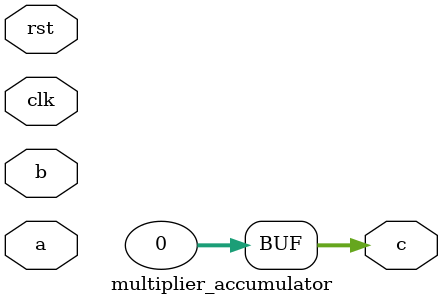
<source format=v>
module multiplier_accumulator(
	input clk,rst,
	input [31:0] a,b,
	output[31:0] c 
    );
	 reg[31:0] c; //register for accumulation
	 always @(posedge clk or posedge rst) begin
	 if(rst) c <= 0;
	 else c <= c + a*b;
	 end
	 assign c[31:24]=c[31:24]+a*b;
	assign c[23:0] = c[23:0];
	assign c[31:24]={c[23:0],c[31:24]}; //sum of last 24 bits
	assign c[31] = c[30]+1'b1; //sign bit
	assign c[30]=c[30];
	assign c[29:1]=c[31:29];//28-bit value of c[31:24].
	assign c[0] = c[30] ? 1'b0 : 1'b1; //sign bit
	assign c[1] = {c[0],{c[29:1]}}+a*b-c;//next value of c after accumulation
	assign c[23:0]=c[31:24];//copy last 24 bits into next location of register for accumulation
	assign c[23:0]= {c[31:24],c[23:0]}; //copy last 24 bits of c as next value.
endmodule
</source>
